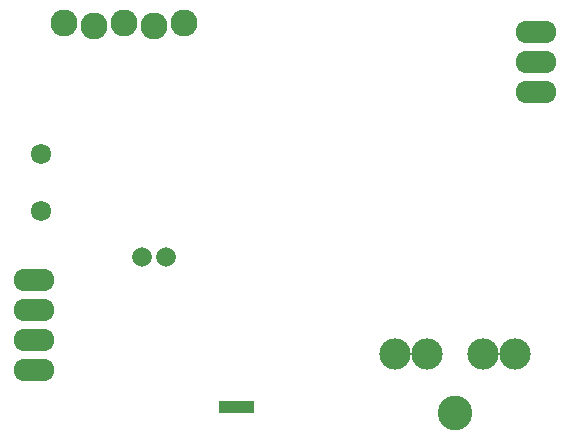
<source format=gbs>
G04 #@! TF.FileFunction,Soldermask,Bot*
%FSLAX46Y46*%
G04 Gerber Fmt 4.6, Leading zero omitted, Abs format (unit mm)*
G04 Created by KiCad (PCBNEW 4.0.5) date Saturday, 25 March 2017 'PMt' 19:04:54*
%MOMM*%
%LPD*%
G01*
G04 APERTURE LIST*
%ADD10C,0.100000*%
%ADD11C,1.670000*%
%ADD12R,1.670000X1.035000*%
%ADD13C,2.279600*%
%ADD14C,1.720800*%
%ADD15O,3.448000X1.924000*%
%ADD16C,2.940000*%
%ADD17C,2.647900*%
G04 APERTURE END LIST*
D10*
D11*
X162288220Y-78105000D03*
X160291780Y-78105000D03*
D12*
X168910000Y-90805000D03*
X167640000Y-90805000D03*
D13*
X153670000Y-58293000D03*
X156210000Y-58547000D03*
X158750000Y-58293000D03*
X161290000Y-58547000D03*
X163830000Y-58293000D03*
D14*
X151765000Y-69342000D03*
X151765000Y-74168000D03*
D15*
X151130000Y-80010000D03*
X151130000Y-82550000D03*
X151130000Y-85090000D03*
X151130000Y-87630000D03*
X193675000Y-59055000D03*
X193675000Y-61595000D03*
X193675000Y-64135000D03*
D16*
X186789060Y-91282520D03*
D17*
X181691280Y-86281260D03*
X184391300Y-86281260D03*
X189189360Y-86281260D03*
X191889380Y-86281260D03*
M02*

</source>
